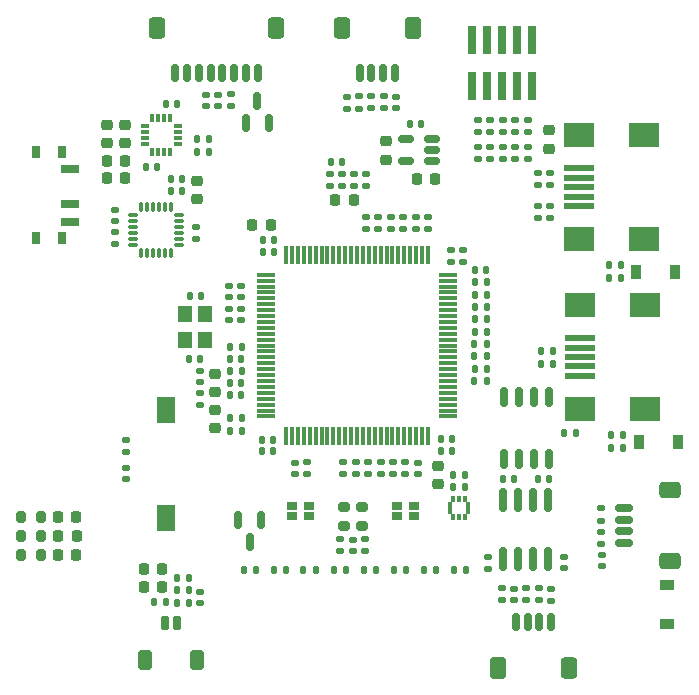
<source format=gtp>
G04 #@! TF.GenerationSoftware,KiCad,Pcbnew,(6.0.1)*
G04 #@! TF.CreationDate,2022-07-12T15:15:51+02:00*
G04 #@! TF.ProjectId,flightController,666c6967-6874-4436-9f6e-74726f6c6c65,1.0*
G04 #@! TF.SameCoordinates,Original*
G04 #@! TF.FileFunction,Paste,Top*
G04 #@! TF.FilePolarity,Positive*
%FSLAX46Y46*%
G04 Gerber Fmt 4.6, Leading zero omitted, Abs format (unit mm)*
G04 Created by KiCad (PCBNEW (6.0.1)) date 2022-07-12 15:15:51*
%MOMM*%
%LPD*%
G01*
G04 APERTURE LIST*
G04 Aperture macros list*
%AMRoundRect*
0 Rectangle with rounded corners*
0 $1 Rounding radius*
0 $2 $3 $4 $5 $6 $7 $8 $9 X,Y pos of 4 corners*
0 Add a 4 corners polygon primitive as box body*
4,1,4,$2,$3,$4,$5,$6,$7,$8,$9,$2,$3,0*
0 Add four circle primitives for the rounded corners*
1,1,$1+$1,$2,$3*
1,1,$1+$1,$4,$5*
1,1,$1+$1,$6,$7*
1,1,$1+$1,$8,$9*
0 Add four rect primitives between the rounded corners*
20,1,$1+$1,$2,$3,$4,$5,0*
20,1,$1+$1,$4,$5,$6,$7,0*
20,1,$1+$1,$6,$7,$8,$9,0*
20,1,$1+$1,$8,$9,$2,$3,0*%
G04 Aperture macros list end*
%ADD10RoundRect,0.150000X-0.150000X0.675000X-0.150000X-0.675000X0.150000X-0.675000X0.150000X0.675000X0*%
%ADD11RoundRect,0.135000X0.135000X0.185000X-0.135000X0.185000X-0.135000X-0.185000X0.135000X-0.185000X0*%
%ADD12RoundRect,0.135000X-0.185000X0.135000X-0.185000X-0.135000X0.185000X-0.135000X0.185000X0.135000X0*%
%ADD13RoundRect,0.135000X-0.135000X-0.185000X0.135000X-0.185000X0.135000X0.185000X-0.135000X0.185000X0*%
%ADD14RoundRect,0.135000X0.185000X-0.135000X0.185000X0.135000X-0.185000X0.135000X-0.185000X-0.135000X0*%
%ADD15RoundRect,0.140000X-0.140000X-0.170000X0.140000X-0.170000X0.140000X0.170000X-0.140000X0.170000X0*%
%ADD16R,0.740000X2.400000*%
%ADD17RoundRect,0.140000X0.170000X-0.140000X0.170000X0.140000X-0.170000X0.140000X-0.170000X-0.140000X0*%
%ADD18RoundRect,0.225000X0.225000X0.250000X-0.225000X0.250000X-0.225000X-0.250000X0.225000X-0.250000X0*%
%ADD19RoundRect,0.218750X-0.218750X-0.256250X0.218750X-0.256250X0.218750X0.256250X-0.218750X0.256250X0*%
%ADD20RoundRect,0.218750X0.256250X-0.218750X0.256250X0.218750X-0.256250X0.218750X-0.256250X-0.218750X0*%
%ADD21RoundRect,0.140000X0.140000X0.170000X-0.140000X0.170000X-0.140000X-0.170000X0.140000X-0.170000X0*%
%ADD22RoundRect,0.150000X-0.150000X0.587500X-0.150000X-0.587500X0.150000X-0.587500X0.150000X0.587500X0*%
%ADD23R,0.750000X0.300000*%
%ADD24R,0.300000X0.750000*%
%ADD25RoundRect,0.200000X0.275000X-0.200000X0.275000X0.200000X-0.275000X0.200000X-0.275000X-0.200000X0*%
%ADD26R,1.600000X2.180000*%
%ADD27RoundRect,0.225000X0.250000X-0.225000X0.250000X0.225000X-0.250000X0.225000X-0.250000X-0.225000X0*%
%ADD28RoundRect,0.150000X-0.150000X0.825000X-0.150000X-0.825000X0.150000X-0.825000X0.150000X0.825000X0*%
%ADD29RoundRect,0.150000X0.512500X0.150000X-0.512500X0.150000X-0.512500X-0.150000X0.512500X-0.150000X0*%
%ADD30RoundRect,0.140000X-0.170000X0.140000X-0.170000X-0.140000X0.170000X-0.140000X0.170000X0.140000X0*%
%ADD31R,0.900000X0.650000*%
%ADD32RoundRect,0.150000X0.150000X0.625000X-0.150000X0.625000X-0.150000X-0.625000X0.150000X-0.625000X0*%
%ADD33RoundRect,0.291666X0.408334X0.608334X-0.408334X0.608334X-0.408334X-0.608334X0.408334X-0.608334X0*%
%ADD34RoundRect,0.150000X0.625000X-0.150000X0.625000X0.150000X-0.625000X0.150000X-0.625000X-0.150000X0*%
%ADD35RoundRect,0.291666X0.608334X-0.408334X0.608334X0.408334X-0.608334X0.408334X-0.608334X-0.408334X0*%
%ADD36RoundRect,0.075000X0.075000X-0.350000X0.075000X0.350000X-0.075000X0.350000X-0.075000X-0.350000X0*%
%ADD37RoundRect,0.075000X0.350000X0.075000X-0.350000X0.075000X-0.350000X-0.075000X0.350000X-0.075000X0*%
%ADD38RoundRect,0.075000X-0.725000X-0.075000X0.725000X-0.075000X0.725000X0.075000X-0.725000X0.075000X0*%
%ADD39RoundRect,0.075000X-0.075000X-0.725000X0.075000X-0.725000X0.075000X0.725000X-0.075000X0.725000X0*%
%ADD40R,1.200000X1.400000*%
%ADD41RoundRect,0.150000X-0.150000X-0.475000X0.150000X-0.475000X0.150000X0.475000X-0.150000X0.475000X0*%
%ADD42RoundRect,0.312500X-0.312500X-0.537500X0.312500X-0.537500X0.312500X0.537500X-0.312500X0.537500X0*%
%ADD43RoundRect,0.150000X-0.150000X-0.625000X0.150000X-0.625000X0.150000X0.625000X-0.150000X0.625000X0*%
%ADD44RoundRect,0.291666X-0.408334X-0.620834X0.408334X-0.620834X0.408334X0.620834X-0.408334X0.620834X0*%
%ADD45RoundRect,0.291666X-0.408334X-0.608334X0.408334X-0.608334X0.408334X0.608334X-0.408334X0.608334X0*%
%ADD46RoundRect,0.291666X0.408334X0.620834X-0.408334X0.620834X-0.408334X-0.620834X0.408334X-0.620834X0*%
%ADD47RoundRect,0.225000X-0.225000X-0.250000X0.225000X-0.250000X0.225000X0.250000X-0.225000X0.250000X0*%
%ADD48R,1.200000X0.900000*%
%ADD49R,0.900000X1.200000*%
%ADD50RoundRect,0.007000X0.168000X-0.183000X0.168000X0.183000X-0.168000X0.183000X-0.168000X-0.183000X0*%
%ADD51R,2.500000X0.500000*%
%ADD52R,2.500000X2.000000*%
%ADD53RoundRect,0.150000X0.150000X-0.587500X0.150000X0.587500X-0.150000X0.587500X-0.150000X-0.587500X0*%
%ADD54RoundRect,0.200000X0.200000X0.275000X-0.200000X0.275000X-0.200000X-0.275000X0.200000X-0.275000X0*%
%ADD55R,0.800000X1.000000*%
%ADD56R,1.500000X0.700000*%
%ADD57RoundRect,0.225000X-0.250000X0.225000X-0.250000X-0.225000X0.250000X-0.225000X0.250000X0.225000X0*%
G04 APERTURE END LIST*
D10*
X115365000Y-109820000D03*
X114095000Y-109820000D03*
X112825000Y-109820000D03*
X111555000Y-109820000D03*
X111555000Y-115070000D03*
X112825000Y-115070000D03*
X114095000Y-115070000D03*
X115365000Y-115070000D03*
D11*
X105840000Y-124450000D03*
X104820000Y-124450000D03*
D12*
X111400000Y-125980000D03*
X111400000Y-127000000D03*
D13*
X89550000Y-124450000D03*
X90570000Y-124450000D03*
X92120000Y-124450000D03*
X93140000Y-124450000D03*
D11*
X95640000Y-124450000D03*
X94620000Y-124450000D03*
X98190000Y-124450000D03*
X97170000Y-124450000D03*
D13*
X99720000Y-124450000D03*
X100740000Y-124450000D03*
D14*
X109400000Y-89670000D03*
X109400000Y-88650000D03*
D11*
X103290000Y-124450000D03*
X102270000Y-124450000D03*
D14*
X110450000Y-89670000D03*
X110450000Y-88650000D03*
X111500000Y-89670000D03*
X111500000Y-88650000D03*
D11*
X107370000Y-124450000D03*
X108390000Y-124450000D03*
D14*
X112550000Y-89670000D03*
X112550000Y-88650000D03*
X113600000Y-89660000D03*
X113600000Y-88640000D03*
D13*
X114750000Y-107000000D03*
X115770000Y-107000000D03*
X114750000Y-105900000D03*
X115770000Y-105900000D03*
X116680000Y-112850000D03*
X117700000Y-112850000D03*
D12*
X115500000Y-90830000D03*
X115500000Y-91850000D03*
D14*
X114450000Y-94670000D03*
X114450000Y-93650000D03*
D12*
X114450000Y-90830000D03*
X114450000Y-91850000D03*
D14*
X115500000Y-94670000D03*
X115500000Y-93650000D03*
X99050000Y-116340000D03*
X99050000Y-115320000D03*
D15*
X107300000Y-117395480D03*
X108260000Y-117395480D03*
D16*
X114005000Y-79575000D03*
X114005000Y-83475000D03*
X112735000Y-79575000D03*
X112735000Y-83475000D03*
X111465000Y-79575000D03*
X111465000Y-83475000D03*
X110195000Y-79575000D03*
X110195000Y-83475000D03*
X108925000Y-79575000D03*
X108925000Y-83475000D03*
D13*
X81930000Y-127170000D03*
X82950000Y-127170000D03*
D15*
X83367500Y-92325000D03*
X84327500Y-92325000D03*
D17*
X85830000Y-108515000D03*
X85830000Y-107555000D03*
D18*
X105770000Y-91300000D03*
X104220000Y-91300000D03*
D11*
X84920000Y-126140000D03*
X83900000Y-126140000D03*
D19*
X97325000Y-93100000D03*
X98900000Y-93100000D03*
D12*
X112550000Y-86330000D03*
X112550000Y-87350000D03*
D20*
X115400000Y-88790000D03*
X115400000Y-87215000D03*
D14*
X102200000Y-116340000D03*
X102200000Y-115320000D03*
D21*
X89360000Y-109630000D03*
X88400000Y-109630000D03*
D15*
X96925000Y-89880000D03*
X97885000Y-89880000D03*
D22*
X91000000Y-120200000D03*
X89100000Y-120200000D03*
X90050000Y-122075000D03*
D23*
X84025000Y-88330000D03*
X84025000Y-87830000D03*
X84025000Y-87330000D03*
X84025000Y-86830000D03*
D24*
X83325000Y-86130000D03*
X82825000Y-86130000D03*
X82325000Y-86130000D03*
X81825000Y-86130000D03*
D23*
X81175000Y-86830000D03*
X81175000Y-87330000D03*
X81175000Y-87830000D03*
X81175000Y-88330000D03*
D24*
X81825000Y-89030000D03*
X82325000Y-89030000D03*
X82825000Y-89030000D03*
X83325000Y-89030000D03*
D25*
X99575000Y-120725000D03*
X99575000Y-119075000D03*
D26*
X82950000Y-110845000D03*
X82950000Y-120025000D03*
D15*
X106240000Y-113365000D03*
X107200000Y-113365000D03*
D17*
X89345000Y-103270000D03*
X89345000Y-102310000D03*
D27*
X85602500Y-93050000D03*
X85602500Y-91500000D03*
D28*
X115350000Y-118540000D03*
X114080000Y-118540000D03*
X112810000Y-118540000D03*
X111540000Y-118540000D03*
X111540000Y-123490000D03*
X112810000Y-123490000D03*
X114080000Y-123490000D03*
X115350000Y-123490000D03*
D21*
X92050000Y-113385000D03*
X91090000Y-113385000D03*
D12*
X113600000Y-86330000D03*
X113600000Y-87350000D03*
D29*
X105535000Y-89800000D03*
X105535000Y-88850000D03*
X105535000Y-87900000D03*
X103260000Y-87900000D03*
X103260000Y-89800000D03*
D12*
X99920000Y-94520000D03*
X99920000Y-95540000D03*
D11*
X110115000Y-106325000D03*
X109095000Y-106325000D03*
X89422500Y-111600000D03*
X88402500Y-111600000D03*
X110115000Y-105285000D03*
X109095000Y-105285000D03*
D17*
X88345000Y-103270000D03*
X88345000Y-102310000D03*
D30*
X85890000Y-126270000D03*
X85890000Y-127230000D03*
D27*
X101600000Y-89700000D03*
X101600000Y-88150000D03*
D21*
X89360000Y-108610000D03*
X88400000Y-108610000D03*
D31*
X93650000Y-119875000D03*
X93650000Y-119025000D03*
X95100000Y-119025000D03*
X95100000Y-119875000D03*
D15*
X109150000Y-99040000D03*
X110110000Y-99040000D03*
D14*
X98000000Y-116340000D03*
X98000000Y-115320000D03*
X100100000Y-116340000D03*
X100100000Y-115320000D03*
D12*
X96875000Y-90875000D03*
X96875000Y-91895000D03*
D32*
X90750000Y-82375000D03*
X89750000Y-82375000D03*
X88750000Y-82375000D03*
X87750000Y-82375000D03*
X86750000Y-82375000D03*
X85750000Y-82375000D03*
X84750000Y-82375000D03*
X83750000Y-82375000D03*
D33*
X82250000Y-78500000D03*
X92250000Y-78500000D03*
D13*
X85600000Y-89025000D03*
X86620000Y-89025000D03*
D21*
X85877500Y-106525000D03*
X84917500Y-106525000D03*
D17*
X78650000Y-94875000D03*
X78650000Y-93915000D03*
D34*
X121780000Y-122160000D03*
X121780000Y-121160000D03*
X121780000Y-120160000D03*
X121780000Y-119160000D03*
D35*
X125655000Y-117660000D03*
X125655000Y-123660000D03*
D21*
X83910000Y-84950000D03*
X82950000Y-84950000D03*
D12*
X94907500Y-115315000D03*
X94907500Y-116335000D03*
D19*
X73825000Y-123120000D03*
X75400000Y-123120000D03*
X77945000Y-89765000D03*
X79520000Y-89765000D03*
D17*
X98900000Y-91880000D03*
X98900000Y-90920000D03*
D20*
X87152500Y-112425000D03*
X87152500Y-110850000D03*
D13*
X109110000Y-100070000D03*
X110130000Y-100070000D03*
D36*
X80867500Y-97575000D03*
X81367500Y-97575000D03*
X81867500Y-97575000D03*
X82367500Y-97575000D03*
X82867500Y-97575000D03*
X83367500Y-97575000D03*
D37*
X84067500Y-96875000D03*
X84067500Y-96375000D03*
X84067500Y-95875000D03*
X84067500Y-95375000D03*
X84067500Y-94875000D03*
X84067500Y-94375000D03*
D36*
X83367500Y-93675000D03*
X82867500Y-93675000D03*
X82367500Y-93675000D03*
X81867500Y-93675000D03*
X81367500Y-93675000D03*
X80867500Y-93675000D03*
D37*
X80167500Y-94375000D03*
X80167500Y-94875000D03*
X80167500Y-95375000D03*
X80167500Y-95875000D03*
X80167500Y-96375000D03*
X80167500Y-96875000D03*
D21*
X92110000Y-97530000D03*
X91150000Y-97530000D03*
D12*
X110200000Y-123300000D03*
X110200000Y-124320000D03*
D18*
X91835000Y-95255000D03*
X90285000Y-95255000D03*
D19*
X73827500Y-121520000D03*
X75402500Y-121520000D03*
D17*
X99950000Y-91880000D03*
X99950000Y-90920000D03*
D15*
X85002500Y-101225000D03*
X85962500Y-101225000D03*
D12*
X98265000Y-84355000D03*
X98265000Y-85375000D03*
D21*
X92110000Y-96530000D03*
X91150000Y-96530000D03*
D14*
X88450000Y-85175000D03*
X88450000Y-84155000D03*
D38*
X91475000Y-99430000D03*
X91475000Y-99930000D03*
X91475000Y-100430000D03*
X91475000Y-100930000D03*
X91475000Y-101430000D03*
X91475000Y-101930000D03*
X91475000Y-102430000D03*
X91475000Y-102930000D03*
X91475000Y-103430000D03*
X91475000Y-103930000D03*
X91475000Y-104430000D03*
X91475000Y-104930000D03*
X91475000Y-105430000D03*
X91475000Y-105930000D03*
X91475000Y-106430000D03*
X91475000Y-106930000D03*
X91475000Y-107430000D03*
X91475000Y-107930000D03*
X91475000Y-108430000D03*
X91475000Y-108930000D03*
X91475000Y-109430000D03*
X91475000Y-109930000D03*
X91475000Y-110430000D03*
X91475000Y-110930000D03*
X91475000Y-111430000D03*
D39*
X93150000Y-113105000D03*
X93650000Y-113105000D03*
X94150000Y-113105000D03*
X94650000Y-113105000D03*
X95150000Y-113105000D03*
X95650000Y-113105000D03*
X96150000Y-113105000D03*
X96650000Y-113105000D03*
X97150000Y-113105000D03*
X97650000Y-113105000D03*
X98150000Y-113105000D03*
X98650000Y-113105000D03*
X99150000Y-113105000D03*
X99650000Y-113105000D03*
X100150000Y-113105000D03*
X100650000Y-113105000D03*
X101150000Y-113105000D03*
X101650000Y-113105000D03*
X102150000Y-113105000D03*
X102650000Y-113105000D03*
X103150000Y-113105000D03*
X103650000Y-113105000D03*
X104150000Y-113105000D03*
X104650000Y-113105000D03*
X105150000Y-113105000D03*
D38*
X106825000Y-111430000D03*
X106825000Y-110930000D03*
X106825000Y-110430000D03*
X106825000Y-109930000D03*
X106825000Y-109430000D03*
X106825000Y-108930000D03*
X106825000Y-108430000D03*
X106825000Y-107930000D03*
X106825000Y-107430000D03*
X106825000Y-106930000D03*
X106825000Y-106430000D03*
X106825000Y-105930000D03*
X106825000Y-105430000D03*
X106825000Y-104930000D03*
X106825000Y-104430000D03*
X106825000Y-103930000D03*
X106825000Y-103430000D03*
X106825000Y-102930000D03*
X106825000Y-102430000D03*
X106825000Y-101930000D03*
X106825000Y-101430000D03*
X106825000Y-100930000D03*
X106825000Y-100430000D03*
X106825000Y-99930000D03*
X106825000Y-99430000D03*
D39*
X105150000Y-97755000D03*
X104650000Y-97755000D03*
X104150000Y-97755000D03*
X103650000Y-97755000D03*
X103150000Y-97755000D03*
X102650000Y-97755000D03*
X102150000Y-97755000D03*
X101650000Y-97755000D03*
X101150000Y-97755000D03*
X100650000Y-97755000D03*
X100150000Y-97755000D03*
X99650000Y-97755000D03*
X99150000Y-97755000D03*
X98650000Y-97755000D03*
X98150000Y-97755000D03*
X97650000Y-97755000D03*
X97150000Y-97755000D03*
X96650000Y-97755000D03*
X96150000Y-97755000D03*
X95650000Y-97755000D03*
X95150000Y-97755000D03*
X94650000Y-97755000D03*
X94150000Y-97755000D03*
X93650000Y-97755000D03*
X93150000Y-97755000D03*
D30*
X98790000Y-121865000D03*
X98790000Y-122825000D03*
D40*
X84600000Y-102780000D03*
X84600000Y-104980000D03*
X86300000Y-104980000D03*
X86300000Y-102780000D03*
D17*
X79550000Y-116750000D03*
X79550000Y-115790000D03*
D11*
X121700000Y-113030000D03*
X120680000Y-113030000D03*
D17*
X89370000Y-101340000D03*
X89370000Y-100380000D03*
D12*
X104125000Y-94535000D03*
X104125000Y-95555000D03*
D31*
X102500000Y-119870000D03*
X102500000Y-119020000D03*
X103950000Y-119020000D03*
X103950000Y-119870000D03*
D14*
X103070000Y-95550000D03*
X103070000Y-94530000D03*
D13*
X83900000Y-127190000D03*
X84920000Y-127190000D03*
D41*
X82900000Y-128905000D03*
X83900000Y-128905000D03*
D42*
X85600000Y-132030000D03*
X81200000Y-132030000D03*
D43*
X112600000Y-128825000D03*
X113600000Y-128825000D03*
X114600000Y-128825000D03*
X115600000Y-128825000D03*
D44*
X111100000Y-132700000D03*
D45*
X117100000Y-132700000D03*
D30*
X93860000Y-115360000D03*
X93860000Y-116320000D03*
D17*
X107120000Y-98335000D03*
X107120000Y-97375000D03*
X112450000Y-127000000D03*
X112450000Y-126040000D03*
D12*
X109400000Y-86330000D03*
X109400000Y-87350000D03*
D21*
X115410000Y-116700000D03*
X114450000Y-116700000D03*
X92055000Y-114385000D03*
X91095000Y-114385000D03*
D17*
X102465000Y-85325000D03*
X102465000Y-84365000D03*
D15*
X103620000Y-86650000D03*
X104580000Y-86650000D03*
D20*
X105995000Y-117170480D03*
X105995000Y-115595480D03*
D32*
X102375000Y-82375000D03*
X101375000Y-82375000D03*
X100375000Y-82375000D03*
X99375000Y-82375000D03*
D46*
X103875000Y-78500000D03*
D33*
X97875000Y-78500000D03*
D13*
X109110000Y-101110000D03*
X110130000Y-101110000D03*
D19*
X77952500Y-91275000D03*
X79527500Y-91275000D03*
D13*
X88380000Y-107580000D03*
X89400000Y-107580000D03*
D30*
X85527500Y-95425000D03*
X85527500Y-96385000D03*
D17*
X116710000Y-124300000D03*
X116710000Y-123340000D03*
D11*
X110120000Y-104245000D03*
X109100000Y-104245000D03*
D15*
X111520000Y-116700000D03*
X112480000Y-116700000D03*
D30*
X97875000Y-90925000D03*
X97875000Y-91885000D03*
D12*
X102020000Y-94530000D03*
X102020000Y-95550000D03*
D47*
X81100000Y-125870000D03*
X82650000Y-125870000D03*
D48*
X125375000Y-125700000D03*
X125375000Y-129000000D03*
D21*
X89370000Y-106550000D03*
X88410000Y-106550000D03*
D17*
X108120000Y-98335000D03*
X108120000Y-97375000D03*
D49*
X126300000Y-113630000D03*
X123000000Y-113630000D03*
D13*
X83920000Y-125080000D03*
X84940000Y-125080000D03*
D12*
X113500000Y-125990000D03*
X113500000Y-127010000D03*
X111500000Y-86330000D03*
X111500000Y-87350000D03*
D14*
X101150000Y-116340000D03*
X101150000Y-115320000D03*
D11*
X110125000Y-107375000D03*
X109105000Y-107375000D03*
D50*
X107040000Y-118955480D03*
X107040000Y-119455480D03*
X107305000Y-119970480D03*
X107805000Y-119970480D03*
X108305000Y-119970480D03*
X108570000Y-119455480D03*
X108570000Y-118955480D03*
X108305000Y-118440480D03*
X107805000Y-118440480D03*
X107305000Y-118440480D03*
D15*
X107310000Y-116365480D03*
X108270000Y-116365480D03*
D14*
X97740000Y-122845000D03*
X97740000Y-121825000D03*
D19*
X73825000Y-119920000D03*
X75400000Y-119920000D03*
D51*
X118025000Y-108000000D03*
X118025000Y-107200000D03*
X118025000Y-106400000D03*
X118025000Y-105600000D03*
X118025000Y-104800000D03*
D52*
X118025000Y-110800000D03*
X123525000Y-102000000D03*
X118025000Y-102000000D03*
X123525000Y-110800000D03*
D17*
X85825000Y-110435000D03*
X85825000Y-109475000D03*
D30*
X86325000Y-84175000D03*
X86325000Y-85135000D03*
D11*
X110115000Y-108415000D03*
X109095000Y-108415000D03*
D17*
X119860000Y-124130000D03*
X119860000Y-123170000D03*
D51*
X117965000Y-93630000D03*
X117965000Y-92830000D03*
X117965000Y-92030000D03*
X117965000Y-91230000D03*
X117965000Y-90430000D03*
D52*
X123465000Y-87630000D03*
X117965000Y-87630000D03*
X123465000Y-96430000D03*
X117965000Y-96430000D03*
D12*
X115600000Y-126010000D03*
X115600000Y-127030000D03*
D15*
X106240000Y-114365000D03*
X107200000Y-114365000D03*
D13*
X120490000Y-99730000D03*
X121510000Y-99730000D03*
D25*
X98050000Y-120725000D03*
X98050000Y-119075000D03*
D53*
X89775000Y-86575000D03*
X91675000Y-86575000D03*
X90725000Y-84700000D03*
D11*
X89422500Y-112675000D03*
X88402500Y-112675000D03*
D12*
X99810000Y-121825000D03*
X99810000Y-122845000D03*
D54*
X72385000Y-123120000D03*
X70735000Y-123120000D03*
D11*
X121500000Y-98630000D03*
X120480000Y-98630000D03*
X110120000Y-103195000D03*
X109100000Y-103195000D03*
D13*
X85600000Y-87975000D03*
X86620000Y-87975000D03*
D54*
X72385000Y-121520000D03*
X70735000Y-121520000D03*
D55*
X71970000Y-89040000D03*
X74180000Y-96340000D03*
X71970000Y-96340000D03*
X74180000Y-89040000D03*
D56*
X74830000Y-90440000D03*
X74830000Y-93440000D03*
X74830000Y-94940000D03*
D13*
X120680000Y-114130000D03*
X121700000Y-114130000D03*
D12*
X105175000Y-94530000D03*
X105175000Y-95550000D03*
D47*
X81100000Y-124375000D03*
X82650000Y-124375000D03*
D15*
X83367500Y-91285000D03*
X84327500Y-91285000D03*
D27*
X77975000Y-88270000D03*
X77975000Y-86720000D03*
D14*
X103250000Y-116340000D03*
X103250000Y-115320000D03*
D13*
X88360000Y-105520000D03*
X89380000Y-105520000D03*
D15*
X81250000Y-90325000D03*
X82210000Y-90325000D03*
D14*
X100365000Y-85350000D03*
X100365000Y-84330000D03*
D30*
X104300000Y-115360000D03*
X104300000Y-116320000D03*
D49*
X126100000Y-99230000D03*
X122800000Y-99230000D03*
D12*
X110450000Y-86330000D03*
X110450000Y-87350000D03*
D14*
X79575000Y-114465000D03*
X79575000Y-113445000D03*
D12*
X119850000Y-121190000D03*
X119850000Y-122210000D03*
D54*
X72385000Y-119920000D03*
X70735000Y-119920000D03*
D12*
X114550000Y-125990000D03*
X114550000Y-127010000D03*
D14*
X78650000Y-96845000D03*
X78650000Y-95825000D03*
D57*
X87140000Y-107830000D03*
X87140000Y-109380000D03*
D30*
X87375000Y-84175000D03*
X87375000Y-85135000D03*
D11*
X110130000Y-102150000D03*
X109110000Y-102150000D03*
D17*
X88350000Y-101340000D03*
X88350000Y-100380000D03*
D14*
X99315000Y-85360000D03*
X99315000Y-84340000D03*
D12*
X100970000Y-94530000D03*
X100970000Y-95550000D03*
X101415000Y-84325000D03*
X101415000Y-85345000D03*
D57*
X79500000Y-86720000D03*
X79500000Y-88270000D03*
D12*
X119850000Y-119220000D03*
X119850000Y-120240000D03*
M02*

</source>
